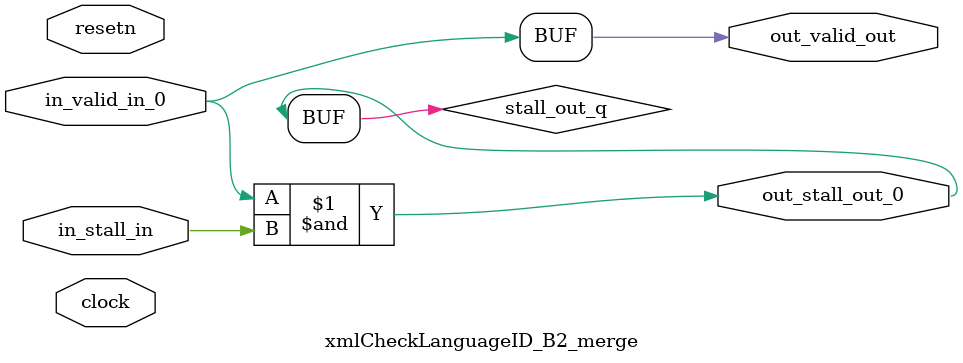
<source format=sv>



(* altera_attribute = "-name AUTO_SHIFT_REGISTER_RECOGNITION OFF; -name MESSAGE_DISABLE 10036; -name MESSAGE_DISABLE 10037; -name MESSAGE_DISABLE 14130; -name MESSAGE_DISABLE 14320; -name MESSAGE_DISABLE 15400; -name MESSAGE_DISABLE 14130; -name MESSAGE_DISABLE 10036; -name MESSAGE_DISABLE 12020; -name MESSAGE_DISABLE 12030; -name MESSAGE_DISABLE 12010; -name MESSAGE_DISABLE 12110; -name MESSAGE_DISABLE 14320; -name MESSAGE_DISABLE 13410; -name MESSAGE_DISABLE 113007; -name MESSAGE_DISABLE 10958" *)
module xmlCheckLanguageID_B2_merge (
    input wire [0:0] in_stall_in,
    input wire [0:0] in_valid_in_0,
    output wire [0:0] out_stall_out_0,
    output wire [0:0] out_valid_out,
    input wire clock,
    input wire resetn
    );

    wire [0:0] stall_out_q;


    // stall_out(LOGICAL,6)
    assign stall_out_q = in_valid_in_0 & in_stall_in;

    // out_stall_out_0(GPOUT,4)
    assign out_stall_out_0 = stall_out_q;

    // out_valid_out(GPOUT,5)
    assign out_valid_out = in_valid_in_0;

endmodule

</source>
